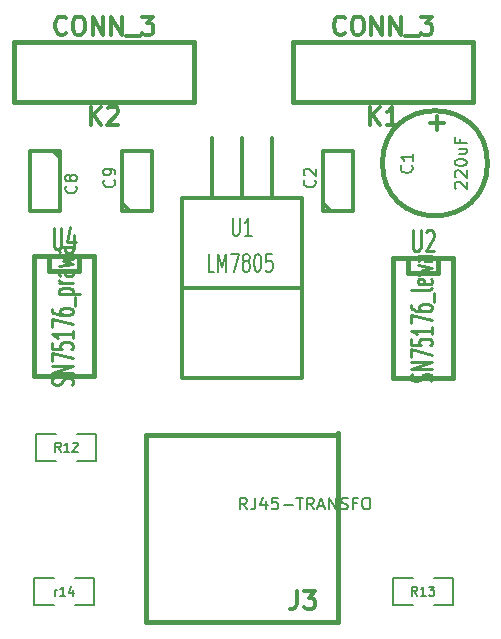
<source format=gto>
G04 (created by PCBNEW (2013-07-07 BZR 4022)-stable) date 2014-10-22 23:03:19*
%MOIN*%
G04 Gerber Fmt 3.4, Leading zero omitted, Abs format*
%FSLAX34Y34*%
G01*
G70*
G90*
G04 APERTURE LIST*
%ADD10C,0.00393701*%
%ADD11C,0.015*%
%ADD12C,0.012*%
%ADD13C,0.005*%
%ADD14C,0.008*%
%ADD15C,0.01125*%
%ADD16C,0.0113*%
%ADD17C,0.01*%
G04 APERTURE END LIST*
G54D10*
G54D11*
X57330Y-48133D02*
X57330Y-50133D01*
X57330Y-50133D02*
X51330Y-50133D01*
X51330Y-50133D02*
X51330Y-48133D01*
X51330Y-48133D02*
X57330Y-48133D01*
X60622Y-48133D02*
X66622Y-48133D01*
X66622Y-48133D02*
X66622Y-50133D01*
X66622Y-50133D02*
X60622Y-50133D01*
X60622Y-50133D02*
X60622Y-48133D01*
G54D12*
X52862Y-51775D02*
X52862Y-53755D01*
X52862Y-53755D02*
X51862Y-53755D01*
X51862Y-53755D02*
X51862Y-51755D01*
X51862Y-51755D02*
X52862Y-51755D01*
X52612Y-51755D02*
X52862Y-52005D01*
X61625Y-53735D02*
X61625Y-51755D01*
X61625Y-51755D02*
X62625Y-51755D01*
X62625Y-51755D02*
X62625Y-53755D01*
X62625Y-53755D02*
X61625Y-53755D01*
X61875Y-53755D02*
X61625Y-53505D01*
G54D11*
X65460Y-55322D02*
X65460Y-55822D01*
X65460Y-55822D02*
X64460Y-55822D01*
X64460Y-55822D02*
X64460Y-55322D01*
X65960Y-55322D02*
X65960Y-59322D01*
X65960Y-59322D02*
X63960Y-59322D01*
X63960Y-59322D02*
X63960Y-55322D01*
X63960Y-55322D02*
X65960Y-55322D01*
X53492Y-55244D02*
X53492Y-55744D01*
X53492Y-55744D02*
X52492Y-55744D01*
X52492Y-55744D02*
X52492Y-55244D01*
X53992Y-55244D02*
X53992Y-59244D01*
X53992Y-59244D02*
X51992Y-59244D01*
X51992Y-59244D02*
X51992Y-55244D01*
X51992Y-55244D02*
X53992Y-55244D01*
G54D12*
X59917Y-51339D02*
X59917Y-53339D01*
X58917Y-51339D02*
X58917Y-53339D01*
X57917Y-51339D02*
X57917Y-53339D01*
X60417Y-53339D02*
X56917Y-53339D01*
X56917Y-53339D02*
X56917Y-59339D01*
X56917Y-59339D02*
X60917Y-59339D01*
X60417Y-53339D02*
X60917Y-53339D01*
X57417Y-56339D02*
X60917Y-56339D01*
X57417Y-56339D02*
X56917Y-56339D01*
X60917Y-53339D02*
X60917Y-59339D01*
G54D11*
X55729Y-67441D02*
X62126Y-67441D01*
X55729Y-67441D02*
X55729Y-61240D01*
X55729Y-61240D02*
X62107Y-61240D01*
X62126Y-67441D02*
X62126Y-61142D01*
G54D13*
X54070Y-62103D02*
X54070Y-61203D01*
X54070Y-61203D02*
X53420Y-61203D01*
X52720Y-62103D02*
X52070Y-62103D01*
X52070Y-62103D02*
X52070Y-61203D01*
X52070Y-61203D02*
X52720Y-61203D01*
X53420Y-62103D02*
X54070Y-62103D01*
X63960Y-66006D02*
X63960Y-66906D01*
X63960Y-66906D02*
X64610Y-66906D01*
X65310Y-66006D02*
X65960Y-66006D01*
X65960Y-66006D02*
X65960Y-66906D01*
X65960Y-66906D02*
X65310Y-66906D01*
X64610Y-66006D02*
X63960Y-66006D01*
X51992Y-66006D02*
X51992Y-66906D01*
X51992Y-66906D02*
X52642Y-66906D01*
X53342Y-66006D02*
X53992Y-66006D01*
X53992Y-66006D02*
X53992Y-66906D01*
X53992Y-66906D02*
X53342Y-66906D01*
X52642Y-66006D02*
X51992Y-66006D01*
G54D11*
X67104Y-52165D02*
G75*
G03X67104Y-52165I-1750J0D01*
G74*
G01*
G54D12*
X54933Y-53735D02*
X54933Y-51755D01*
X54933Y-51755D02*
X55933Y-51755D01*
X55933Y-51755D02*
X55933Y-53755D01*
X55933Y-53755D02*
X54933Y-53755D01*
X55183Y-53755D02*
X54933Y-53505D01*
X53887Y-50876D02*
X53887Y-50276D01*
X54230Y-50876D02*
X53973Y-50533D01*
X54230Y-50276D02*
X53887Y-50619D01*
X54459Y-50333D02*
X54487Y-50305D01*
X54544Y-50276D01*
X54687Y-50276D01*
X54744Y-50305D01*
X54773Y-50333D01*
X54802Y-50391D01*
X54802Y-50448D01*
X54773Y-50533D01*
X54430Y-50876D01*
X54802Y-50876D01*
X53059Y-47819D02*
X53030Y-47848D01*
X52944Y-47876D01*
X52887Y-47876D01*
X52802Y-47848D01*
X52744Y-47791D01*
X52716Y-47733D01*
X52687Y-47619D01*
X52687Y-47533D01*
X52716Y-47419D01*
X52744Y-47362D01*
X52802Y-47305D01*
X52887Y-47276D01*
X52944Y-47276D01*
X53030Y-47305D01*
X53059Y-47333D01*
X53430Y-47276D02*
X53544Y-47276D01*
X53602Y-47305D01*
X53659Y-47362D01*
X53687Y-47476D01*
X53687Y-47676D01*
X53659Y-47791D01*
X53602Y-47848D01*
X53544Y-47876D01*
X53430Y-47876D01*
X53373Y-47848D01*
X53316Y-47791D01*
X53287Y-47676D01*
X53287Y-47476D01*
X53316Y-47362D01*
X53373Y-47305D01*
X53430Y-47276D01*
X53944Y-47876D02*
X53944Y-47276D01*
X54287Y-47876D01*
X54287Y-47276D01*
X54573Y-47876D02*
X54573Y-47276D01*
X54916Y-47876D01*
X54916Y-47276D01*
X55059Y-47933D02*
X55516Y-47933D01*
X55602Y-47276D02*
X55973Y-47276D01*
X55773Y-47505D01*
X55859Y-47505D01*
X55916Y-47533D01*
X55944Y-47562D01*
X55973Y-47619D01*
X55973Y-47762D01*
X55944Y-47819D01*
X55916Y-47848D01*
X55859Y-47876D01*
X55687Y-47876D01*
X55630Y-47848D01*
X55602Y-47819D01*
X63179Y-50876D02*
X63179Y-50276D01*
X63522Y-50876D02*
X63264Y-50533D01*
X63522Y-50276D02*
X63179Y-50619D01*
X64093Y-50876D02*
X63750Y-50876D01*
X63922Y-50876D02*
X63922Y-50276D01*
X63864Y-50362D01*
X63807Y-50419D01*
X63750Y-50448D01*
X62350Y-47819D02*
X62322Y-47848D01*
X62236Y-47876D01*
X62179Y-47876D01*
X62093Y-47848D01*
X62036Y-47791D01*
X62007Y-47733D01*
X61979Y-47619D01*
X61979Y-47533D01*
X62007Y-47419D01*
X62036Y-47362D01*
X62093Y-47305D01*
X62179Y-47276D01*
X62236Y-47276D01*
X62322Y-47305D01*
X62350Y-47333D01*
X62722Y-47276D02*
X62836Y-47276D01*
X62893Y-47305D01*
X62950Y-47362D01*
X62979Y-47476D01*
X62979Y-47676D01*
X62950Y-47791D01*
X62893Y-47848D01*
X62836Y-47876D01*
X62722Y-47876D01*
X62664Y-47848D01*
X62607Y-47791D01*
X62579Y-47676D01*
X62579Y-47476D01*
X62607Y-47362D01*
X62664Y-47305D01*
X62722Y-47276D01*
X63236Y-47876D02*
X63236Y-47276D01*
X63579Y-47876D01*
X63579Y-47276D01*
X63864Y-47876D02*
X63864Y-47276D01*
X64207Y-47876D01*
X64207Y-47276D01*
X64350Y-47933D02*
X64807Y-47933D01*
X64893Y-47276D02*
X65264Y-47276D01*
X65064Y-47505D01*
X65150Y-47505D01*
X65207Y-47533D01*
X65236Y-47562D01*
X65264Y-47619D01*
X65264Y-47762D01*
X65236Y-47819D01*
X65207Y-47848D01*
X65150Y-47876D01*
X64979Y-47876D01*
X64922Y-47848D01*
X64893Y-47819D01*
G54D14*
X53386Y-52922D02*
X53405Y-52941D01*
X53424Y-52998D01*
X53424Y-53036D01*
X53405Y-53094D01*
X53366Y-53132D01*
X53328Y-53151D01*
X53252Y-53170D01*
X53195Y-53170D01*
X53119Y-53151D01*
X53081Y-53132D01*
X53043Y-53094D01*
X53024Y-53036D01*
X53024Y-52998D01*
X53043Y-52941D01*
X53062Y-52922D01*
X53195Y-52694D02*
X53176Y-52732D01*
X53157Y-52751D01*
X53119Y-52770D01*
X53100Y-52770D01*
X53062Y-52751D01*
X53043Y-52732D01*
X53024Y-52694D01*
X53024Y-52617D01*
X53043Y-52579D01*
X53062Y-52560D01*
X53100Y-52541D01*
X53119Y-52541D01*
X53157Y-52560D01*
X53176Y-52579D01*
X53195Y-52617D01*
X53195Y-52694D01*
X53214Y-52732D01*
X53233Y-52751D01*
X53271Y-52770D01*
X53347Y-52770D01*
X53386Y-52751D01*
X53405Y-52732D01*
X53424Y-52694D01*
X53424Y-52617D01*
X53405Y-52579D01*
X53386Y-52560D01*
X53347Y-52541D01*
X53271Y-52541D01*
X53233Y-52560D01*
X53214Y-52579D01*
X53195Y-52617D01*
X61349Y-52722D02*
X61368Y-52741D01*
X61387Y-52798D01*
X61387Y-52836D01*
X61368Y-52894D01*
X61330Y-52932D01*
X61292Y-52951D01*
X61216Y-52970D01*
X61159Y-52970D01*
X61083Y-52951D01*
X61045Y-52932D01*
X61006Y-52894D01*
X60987Y-52836D01*
X60987Y-52798D01*
X61006Y-52741D01*
X61025Y-52722D01*
X61025Y-52570D02*
X61006Y-52551D01*
X60987Y-52513D01*
X60987Y-52417D01*
X61006Y-52379D01*
X61025Y-52360D01*
X61064Y-52341D01*
X61102Y-52341D01*
X61159Y-52360D01*
X61387Y-52589D01*
X61387Y-52341D01*
G54D15*
X64617Y-54406D02*
X64617Y-54972D01*
X64639Y-55039D01*
X64660Y-55072D01*
X64703Y-55106D01*
X64789Y-55106D01*
X64832Y-55072D01*
X64853Y-55039D01*
X64874Y-54972D01*
X64874Y-54406D01*
X65067Y-54472D02*
X65089Y-54439D01*
X65132Y-54406D01*
X65239Y-54406D01*
X65282Y-54439D01*
X65303Y-54472D01*
X65324Y-54539D01*
X65324Y-54606D01*
X65303Y-54706D01*
X65046Y-55106D01*
X65324Y-55106D01*
G54D16*
G54D17*
X65210Y-59418D02*
X65243Y-59360D01*
X65243Y-59265D01*
X65210Y-59227D01*
X65177Y-59208D01*
X65110Y-59189D01*
X65043Y-59189D01*
X64977Y-59208D01*
X64943Y-59227D01*
X64910Y-59265D01*
X64877Y-59341D01*
X64843Y-59379D01*
X64810Y-59399D01*
X64743Y-59418D01*
X64677Y-59418D01*
X64610Y-59399D01*
X64577Y-59379D01*
X64543Y-59341D01*
X64543Y-59246D01*
X64577Y-59189D01*
X65243Y-59018D02*
X64543Y-59018D01*
X65243Y-58789D01*
X64543Y-58789D01*
X64543Y-58637D02*
X64543Y-58370D01*
X65243Y-58541D01*
X64543Y-58027D02*
X64543Y-58218D01*
X64877Y-58237D01*
X64843Y-58218D01*
X64810Y-58179D01*
X64810Y-58084D01*
X64843Y-58046D01*
X64877Y-58027D01*
X64943Y-58008D01*
X65110Y-58008D01*
X65177Y-58027D01*
X65210Y-58046D01*
X65243Y-58084D01*
X65243Y-58179D01*
X65210Y-58218D01*
X65177Y-58237D01*
X65243Y-57627D02*
X65243Y-57856D01*
X65243Y-57741D02*
X64543Y-57741D01*
X64643Y-57779D01*
X64710Y-57818D01*
X64743Y-57856D01*
X64543Y-57494D02*
X64543Y-57227D01*
X65243Y-57399D01*
X64543Y-56903D02*
X64543Y-56979D01*
X64577Y-57018D01*
X64610Y-57037D01*
X64710Y-57075D01*
X64843Y-57094D01*
X65110Y-57094D01*
X65177Y-57075D01*
X65210Y-57056D01*
X65243Y-57018D01*
X65243Y-56941D01*
X65210Y-56903D01*
X65177Y-56884D01*
X65110Y-56865D01*
X64943Y-56865D01*
X64877Y-56884D01*
X64843Y-56903D01*
X64810Y-56941D01*
X64810Y-57018D01*
X64843Y-57056D01*
X64877Y-57075D01*
X64943Y-57094D01*
X65310Y-56789D02*
X65310Y-56484D01*
X65243Y-56332D02*
X65210Y-56370D01*
X65143Y-56389D01*
X64543Y-56389D01*
X65210Y-56027D02*
X65243Y-56065D01*
X65243Y-56141D01*
X65210Y-56179D01*
X65143Y-56199D01*
X64877Y-56199D01*
X64810Y-56179D01*
X64777Y-56141D01*
X64777Y-56065D01*
X64810Y-56027D01*
X64877Y-56008D01*
X64943Y-56008D01*
X65010Y-56199D01*
X64777Y-55875D02*
X65243Y-55799D01*
X64910Y-55722D01*
X65243Y-55646D01*
X64777Y-55570D01*
X65243Y-55246D02*
X64877Y-55246D01*
X64810Y-55265D01*
X64777Y-55303D01*
X64777Y-55379D01*
X64810Y-55418D01*
X65210Y-55246D02*
X65243Y-55284D01*
X65243Y-55379D01*
X65210Y-55418D01*
X65143Y-55437D01*
X65077Y-55437D01*
X65010Y-55418D01*
X64977Y-55379D01*
X64977Y-55284D01*
X64943Y-55246D01*
G54D15*
X52649Y-54327D02*
X52649Y-54894D01*
X52670Y-54960D01*
X52692Y-54994D01*
X52734Y-55027D01*
X52820Y-55027D01*
X52863Y-54994D01*
X52884Y-54960D01*
X52906Y-54894D01*
X52906Y-54327D01*
X53313Y-54560D02*
X53313Y-55027D01*
X53206Y-54294D02*
X53099Y-54794D01*
X53377Y-54794D01*
G54D16*
G54D17*
X53242Y-59548D02*
X53275Y-59491D01*
X53275Y-59396D01*
X53242Y-59358D01*
X53208Y-59339D01*
X53142Y-59320D01*
X53075Y-59320D01*
X53008Y-59339D01*
X52975Y-59358D01*
X52942Y-59396D01*
X52908Y-59472D01*
X52875Y-59510D01*
X52842Y-59529D01*
X52775Y-59548D01*
X52708Y-59548D01*
X52642Y-59529D01*
X52608Y-59510D01*
X52575Y-59472D01*
X52575Y-59377D01*
X52608Y-59320D01*
X53275Y-59148D02*
X52575Y-59148D01*
X53275Y-58920D01*
X52575Y-58920D01*
X52575Y-58767D02*
X52575Y-58501D01*
X53275Y-58672D01*
X52575Y-58158D02*
X52575Y-58348D01*
X52908Y-58367D01*
X52875Y-58348D01*
X52842Y-58310D01*
X52842Y-58215D01*
X52875Y-58177D01*
X52908Y-58158D01*
X52975Y-58139D01*
X53142Y-58139D01*
X53208Y-58158D01*
X53242Y-58177D01*
X53275Y-58215D01*
X53275Y-58310D01*
X53242Y-58348D01*
X53208Y-58367D01*
X53275Y-57758D02*
X53275Y-57986D01*
X53275Y-57872D02*
X52575Y-57872D01*
X52675Y-57910D01*
X52742Y-57948D01*
X52775Y-57986D01*
X52575Y-57625D02*
X52575Y-57358D01*
X53275Y-57529D01*
X52575Y-57034D02*
X52575Y-57110D01*
X52608Y-57148D01*
X52642Y-57167D01*
X52742Y-57205D01*
X52875Y-57225D01*
X53142Y-57225D01*
X53208Y-57205D01*
X53242Y-57186D01*
X53275Y-57148D01*
X53275Y-57072D01*
X53242Y-57034D01*
X53208Y-57015D01*
X53142Y-56996D01*
X52975Y-56996D01*
X52908Y-57015D01*
X52875Y-57034D01*
X52842Y-57072D01*
X52842Y-57148D01*
X52875Y-57186D01*
X52908Y-57205D01*
X52975Y-57225D01*
X53342Y-56920D02*
X53342Y-56615D01*
X52808Y-56520D02*
X53508Y-56520D01*
X52842Y-56520D02*
X52808Y-56482D01*
X52808Y-56405D01*
X52842Y-56367D01*
X52875Y-56348D01*
X52942Y-56329D01*
X53142Y-56329D01*
X53208Y-56348D01*
X53242Y-56367D01*
X53275Y-56405D01*
X53275Y-56482D01*
X53242Y-56520D01*
X53275Y-56158D02*
X52808Y-56158D01*
X52942Y-56158D02*
X52875Y-56139D01*
X52842Y-56120D01*
X52808Y-56082D01*
X52808Y-56044D01*
X53275Y-55739D02*
X52908Y-55739D01*
X52842Y-55758D01*
X52808Y-55796D01*
X52808Y-55872D01*
X52842Y-55910D01*
X53242Y-55739D02*
X53275Y-55777D01*
X53275Y-55872D01*
X53242Y-55910D01*
X53175Y-55929D01*
X53108Y-55929D01*
X53042Y-55910D01*
X53008Y-55872D01*
X53008Y-55777D01*
X52975Y-55739D01*
X52808Y-55586D02*
X53275Y-55510D01*
X52942Y-55434D01*
X53275Y-55358D01*
X52808Y-55282D01*
X53275Y-54958D02*
X52908Y-54958D01*
X52842Y-54977D01*
X52808Y-55015D01*
X52808Y-55091D01*
X52842Y-55129D01*
X53242Y-54958D02*
X53275Y-54996D01*
X53275Y-55091D01*
X53242Y-55129D01*
X53175Y-55148D01*
X53108Y-55148D01*
X53042Y-55129D01*
X53008Y-55091D01*
X53008Y-54996D01*
X52975Y-54958D01*
G54D14*
X58612Y-53981D02*
X58612Y-54467D01*
X58631Y-54524D01*
X58650Y-54553D01*
X58688Y-54581D01*
X58764Y-54581D01*
X58802Y-54553D01*
X58821Y-54524D01*
X58840Y-54467D01*
X58840Y-53981D01*
X59240Y-54581D02*
X59012Y-54581D01*
X59126Y-54581D02*
X59126Y-53981D01*
X59088Y-54067D01*
X59050Y-54124D01*
X59012Y-54153D01*
X58000Y-55781D02*
X57809Y-55781D01*
X57809Y-55181D01*
X58133Y-55781D02*
X58133Y-55181D01*
X58267Y-55610D01*
X58400Y-55181D01*
X58400Y-55781D01*
X58552Y-55181D02*
X58819Y-55181D01*
X58647Y-55781D01*
X59028Y-55439D02*
X58990Y-55410D01*
X58971Y-55381D01*
X58952Y-55324D01*
X58952Y-55296D01*
X58971Y-55239D01*
X58990Y-55210D01*
X59028Y-55181D01*
X59105Y-55181D01*
X59143Y-55210D01*
X59162Y-55239D01*
X59181Y-55296D01*
X59181Y-55324D01*
X59162Y-55381D01*
X59143Y-55410D01*
X59105Y-55439D01*
X59028Y-55439D01*
X58990Y-55467D01*
X58971Y-55496D01*
X58952Y-55553D01*
X58952Y-55667D01*
X58971Y-55724D01*
X58990Y-55753D01*
X59028Y-55781D01*
X59105Y-55781D01*
X59143Y-55753D01*
X59162Y-55724D01*
X59181Y-55667D01*
X59181Y-55553D01*
X59162Y-55496D01*
X59143Y-55467D01*
X59105Y-55439D01*
X59428Y-55181D02*
X59467Y-55181D01*
X59505Y-55210D01*
X59524Y-55239D01*
X59543Y-55296D01*
X59562Y-55410D01*
X59562Y-55553D01*
X59543Y-55667D01*
X59524Y-55724D01*
X59505Y-55753D01*
X59467Y-55781D01*
X59428Y-55781D01*
X59390Y-55753D01*
X59371Y-55724D01*
X59352Y-55667D01*
X59333Y-55553D01*
X59333Y-55410D01*
X59352Y-55296D01*
X59371Y-55239D01*
X59390Y-55210D01*
X59428Y-55181D01*
X59924Y-55181D02*
X59733Y-55181D01*
X59714Y-55467D01*
X59733Y-55439D01*
X59771Y-55410D01*
X59867Y-55410D01*
X59905Y-55439D01*
X59924Y-55467D01*
X59943Y-55524D01*
X59943Y-55667D01*
X59924Y-55724D01*
X59905Y-55753D01*
X59867Y-55781D01*
X59771Y-55781D01*
X59733Y-55753D01*
X59714Y-55724D01*
G54D12*
X60765Y-66425D02*
X60765Y-66854D01*
X60736Y-66940D01*
X60679Y-66997D01*
X60593Y-67025D01*
X60536Y-67025D01*
X60993Y-66425D02*
X61365Y-66425D01*
X61165Y-66654D01*
X61250Y-66654D01*
X61307Y-66683D01*
X61336Y-66711D01*
X61365Y-66768D01*
X61365Y-66911D01*
X61336Y-66968D01*
X61307Y-66997D01*
X61250Y-67025D01*
X61079Y-67025D01*
X61022Y-66997D01*
X60993Y-66968D01*
G54D14*
X59088Y-63702D02*
X58957Y-63514D01*
X58863Y-63702D02*
X58863Y-63308D01*
X59013Y-63308D01*
X59051Y-63327D01*
X59069Y-63346D01*
X59088Y-63383D01*
X59088Y-63439D01*
X59069Y-63477D01*
X59051Y-63496D01*
X59013Y-63514D01*
X58863Y-63514D01*
X59369Y-63308D02*
X59369Y-63589D01*
X59351Y-63646D01*
X59313Y-63683D01*
X59257Y-63702D01*
X59219Y-63702D01*
X59726Y-63439D02*
X59726Y-63702D01*
X59632Y-63289D02*
X59538Y-63571D01*
X59782Y-63571D01*
X60120Y-63308D02*
X59932Y-63308D01*
X59914Y-63496D01*
X59932Y-63477D01*
X59970Y-63458D01*
X60064Y-63458D01*
X60101Y-63477D01*
X60120Y-63496D01*
X60139Y-63533D01*
X60139Y-63627D01*
X60120Y-63664D01*
X60101Y-63683D01*
X60064Y-63702D01*
X59970Y-63702D01*
X59932Y-63683D01*
X59914Y-63664D01*
X60308Y-63552D02*
X60608Y-63552D01*
X60739Y-63308D02*
X60964Y-63308D01*
X60852Y-63702D02*
X60852Y-63308D01*
X61321Y-63702D02*
X61189Y-63514D01*
X61096Y-63702D02*
X61096Y-63308D01*
X61246Y-63308D01*
X61283Y-63327D01*
X61302Y-63346D01*
X61321Y-63383D01*
X61321Y-63439D01*
X61302Y-63477D01*
X61283Y-63496D01*
X61246Y-63514D01*
X61096Y-63514D01*
X61471Y-63589D02*
X61658Y-63589D01*
X61433Y-63702D02*
X61565Y-63308D01*
X61696Y-63702D01*
X61827Y-63702D02*
X61827Y-63308D01*
X62052Y-63702D01*
X62052Y-63308D01*
X62221Y-63683D02*
X62278Y-63702D01*
X62371Y-63702D01*
X62409Y-63683D01*
X62428Y-63664D01*
X62446Y-63627D01*
X62446Y-63589D01*
X62428Y-63552D01*
X62409Y-63533D01*
X62371Y-63514D01*
X62296Y-63496D01*
X62259Y-63477D01*
X62240Y-63458D01*
X62221Y-63421D01*
X62221Y-63383D01*
X62240Y-63346D01*
X62259Y-63327D01*
X62296Y-63308D01*
X62390Y-63308D01*
X62446Y-63327D01*
X62747Y-63496D02*
X62615Y-63496D01*
X62615Y-63702D02*
X62615Y-63308D01*
X62803Y-63308D01*
X63028Y-63308D02*
X63103Y-63308D01*
X63141Y-63327D01*
X63178Y-63364D01*
X63197Y-63439D01*
X63197Y-63571D01*
X63178Y-63646D01*
X63141Y-63683D01*
X63103Y-63702D01*
X63028Y-63702D01*
X62991Y-63683D01*
X62953Y-63646D01*
X62934Y-63571D01*
X62934Y-63439D01*
X62953Y-63364D01*
X62991Y-63327D01*
X63028Y-63308D01*
G54D13*
X52878Y-61774D02*
X52778Y-61632D01*
X52706Y-61774D02*
X52706Y-61474D01*
X52820Y-61474D01*
X52849Y-61489D01*
X52863Y-61503D01*
X52878Y-61532D01*
X52878Y-61574D01*
X52863Y-61603D01*
X52849Y-61617D01*
X52820Y-61632D01*
X52706Y-61632D01*
X53163Y-61774D02*
X52992Y-61774D01*
X53078Y-61774D02*
X53078Y-61474D01*
X53049Y-61517D01*
X53020Y-61546D01*
X52992Y-61560D01*
X53278Y-61503D02*
X53292Y-61489D01*
X53320Y-61474D01*
X53392Y-61474D01*
X53420Y-61489D01*
X53435Y-61503D01*
X53449Y-61532D01*
X53449Y-61560D01*
X53435Y-61603D01*
X53263Y-61774D01*
X53449Y-61774D01*
X64767Y-66578D02*
X64667Y-66435D01*
X64596Y-66578D02*
X64596Y-66278D01*
X64710Y-66278D01*
X64739Y-66292D01*
X64753Y-66306D01*
X64767Y-66335D01*
X64767Y-66378D01*
X64753Y-66406D01*
X64739Y-66420D01*
X64710Y-66435D01*
X64596Y-66435D01*
X65053Y-66578D02*
X64882Y-66578D01*
X64967Y-66578D02*
X64967Y-66278D01*
X64939Y-66320D01*
X64910Y-66349D01*
X64882Y-66363D01*
X65153Y-66278D02*
X65339Y-66278D01*
X65239Y-66392D01*
X65282Y-66392D01*
X65310Y-66406D01*
X65324Y-66420D01*
X65339Y-66449D01*
X65339Y-66520D01*
X65324Y-66549D01*
X65310Y-66563D01*
X65282Y-66578D01*
X65196Y-66578D01*
X65167Y-66563D01*
X65153Y-66549D01*
X52684Y-66578D02*
X52684Y-66378D01*
X52684Y-66435D02*
X52699Y-66406D01*
X52713Y-66392D01*
X52742Y-66378D01*
X52770Y-66378D01*
X53027Y-66578D02*
X52856Y-66578D01*
X52942Y-66578D02*
X52942Y-66278D01*
X52913Y-66320D01*
X52884Y-66349D01*
X52856Y-66363D01*
X53284Y-66378D02*
X53284Y-66578D01*
X53213Y-66263D02*
X53142Y-66478D01*
X53327Y-66478D01*
G54D14*
X64578Y-52232D02*
X64597Y-52251D01*
X64616Y-52308D01*
X64616Y-52346D01*
X64597Y-52403D01*
X64559Y-52441D01*
X64520Y-52460D01*
X64444Y-52479D01*
X64387Y-52479D01*
X64311Y-52460D01*
X64273Y-52441D01*
X64235Y-52403D01*
X64216Y-52346D01*
X64216Y-52308D01*
X64235Y-52251D01*
X64254Y-52232D01*
X64616Y-51851D02*
X64616Y-52079D01*
X64616Y-51965D02*
X64216Y-51965D01*
X64273Y-52003D01*
X64311Y-52041D01*
X64330Y-52079D01*
X66054Y-53012D02*
X66035Y-52993D01*
X66016Y-52955D01*
X66016Y-52860D01*
X66035Y-52822D01*
X66054Y-52803D01*
X66092Y-52784D01*
X66130Y-52784D01*
X66187Y-52803D01*
X66416Y-53032D01*
X66416Y-52784D01*
X66054Y-52632D02*
X66035Y-52612D01*
X66016Y-52574D01*
X66016Y-52479D01*
X66035Y-52441D01*
X66054Y-52422D01*
X66092Y-52403D01*
X66130Y-52403D01*
X66187Y-52422D01*
X66416Y-52651D01*
X66416Y-52403D01*
X66016Y-52155D02*
X66016Y-52117D01*
X66035Y-52079D01*
X66054Y-52060D01*
X66092Y-52041D01*
X66168Y-52022D01*
X66263Y-52022D01*
X66340Y-52041D01*
X66378Y-52060D01*
X66397Y-52079D01*
X66416Y-52117D01*
X66416Y-52155D01*
X66397Y-52193D01*
X66378Y-52212D01*
X66340Y-52232D01*
X66263Y-52251D01*
X66168Y-52251D01*
X66092Y-52232D01*
X66054Y-52212D01*
X66035Y-52193D01*
X66016Y-52155D01*
X66149Y-51679D02*
X66416Y-51679D01*
X66149Y-51851D02*
X66359Y-51851D01*
X66397Y-51832D01*
X66416Y-51793D01*
X66416Y-51736D01*
X66397Y-51698D01*
X66378Y-51679D01*
X66206Y-51355D02*
X66206Y-51489D01*
X66416Y-51489D02*
X66016Y-51489D01*
X66016Y-51298D01*
G54D12*
X65418Y-51043D02*
X65418Y-50586D01*
X65647Y-50815D02*
X65190Y-50815D01*
G54D14*
X54656Y-52722D02*
X54675Y-52741D01*
X54694Y-52798D01*
X54694Y-52836D01*
X54675Y-52894D01*
X54637Y-52932D01*
X54599Y-52951D01*
X54523Y-52970D01*
X54466Y-52970D01*
X54390Y-52951D01*
X54352Y-52932D01*
X54314Y-52894D01*
X54294Y-52836D01*
X54294Y-52798D01*
X54314Y-52741D01*
X54333Y-52722D01*
X54694Y-52532D02*
X54694Y-52455D01*
X54675Y-52417D01*
X54656Y-52398D01*
X54599Y-52360D01*
X54523Y-52341D01*
X54371Y-52341D01*
X54333Y-52360D01*
X54314Y-52379D01*
X54294Y-52417D01*
X54294Y-52494D01*
X54314Y-52532D01*
X54333Y-52551D01*
X54371Y-52570D01*
X54466Y-52570D01*
X54504Y-52551D01*
X54523Y-52532D01*
X54542Y-52494D01*
X54542Y-52417D01*
X54523Y-52379D01*
X54504Y-52360D01*
X54466Y-52341D01*
M02*

</source>
